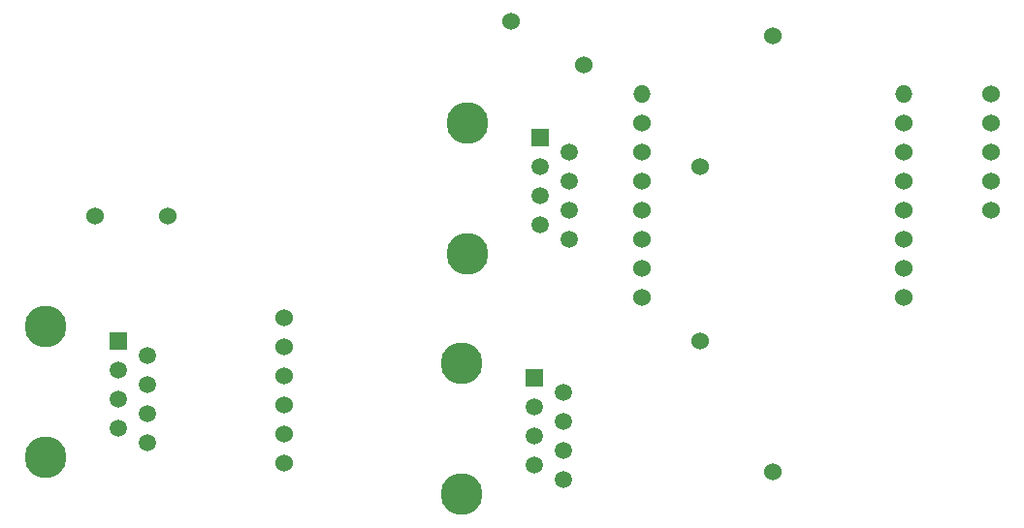
<source format=gbs>
%TF.GenerationSoftware,KiCad,Pcbnew,(6.0.8-1)-1*%
%TF.CreationDate,2023-05-11T15:02:42-07:00*%
%TF.ProjectId,rainus2.0,7261696e-7573-4322-9e30-2e6b69636164,rev?*%
%TF.SameCoordinates,Original*%
%TF.FileFunction,Soldermask,Bot*%
%TF.FilePolarity,Negative*%
%FSLAX46Y46*%
G04 Gerber Fmt 4.6, Leading zero omitted, Abs format (unit mm)*
G04 Created by KiCad (PCBNEW (6.0.8-1)-1) date 2023-05-11 15:02:42*
%MOMM*%
%LPD*%
G01*
G04 APERTURE LIST*
%ADD10C,1.524000*%
%ADD11C,3.650000*%
%ADD12R,1.500000X1.500000*%
%ADD13C,1.500000*%
%ADD14O,1.524000X1.524000*%
G04 APERTURE END LIST*
D10*
%TO.C,*%
X118618750Y-104657500D03*
%TD*%
%TO.C,*%
X118618750Y-97037500D03*
%TD*%
%TO.C,*%
X180340000Y-72390000D03*
%TD*%
%TO.C,*%
X118618750Y-91957500D03*
%TD*%
%TO.C,*%
X138430000Y-66040000D03*
%TD*%
%TO.C,*%
X180340000Y-77470000D03*
%TD*%
%TO.C,*%
X118618750Y-102117500D03*
%TD*%
D11*
%TO.C,REF\u002A\u002A*%
X134620000Y-86360000D03*
X134620000Y-74930000D03*
D12*
X140970000Y-76200000D03*
D13*
X143510000Y-77470000D03*
X140970000Y-78740000D03*
X143510000Y-80010000D03*
X140970000Y-81280000D03*
X143510000Y-82550000D03*
X140970000Y-83820000D03*
X143510000Y-85090000D03*
%TD*%
D10*
%TO.C,*%
X180340000Y-80010000D03*
%TD*%
%TO.C,*%
X102108750Y-83067500D03*
%TD*%
%TO.C,*%
X118618750Y-99577500D03*
%TD*%
%TO.C,REF\u002A\u002A*%
X161290000Y-67310000D03*
X161290000Y-105410000D03*
X172720000Y-74930000D03*
X172720000Y-77470000D03*
X172720000Y-80010000D03*
X172720000Y-82550000D03*
X172720000Y-85090000D03*
X172720000Y-87630000D03*
X172720000Y-90170000D03*
D14*
X149890000Y-72390000D03*
D10*
X149860000Y-74930000D03*
X149860000Y-77470000D03*
X149860000Y-80010000D03*
X149860000Y-82550000D03*
X149860000Y-85090000D03*
X149860000Y-87630000D03*
X149860000Y-90170000D03*
D14*
X172720000Y-72390000D03*
%TD*%
D10*
%TO.C,*%
X180340000Y-82550000D03*
%TD*%
D11*
%TO.C,REF\u002A\u002A*%
X97798750Y-104140000D03*
X97798750Y-92710000D03*
D12*
X104148750Y-93980000D03*
D13*
X106688750Y-95250000D03*
X104148750Y-96520000D03*
X106688750Y-97790000D03*
X104148750Y-99060000D03*
X106688750Y-100330000D03*
X104148750Y-101600000D03*
X106688750Y-102870000D03*
%TD*%
D10*
%TO.C,*%
X108458750Y-83067500D03*
%TD*%
D11*
%TO.C,REF\u002A\u002A*%
X134120000Y-107432500D03*
X134120000Y-96002500D03*
D12*
X140470000Y-97272500D03*
D13*
X143010000Y-98542500D03*
X140470000Y-99812500D03*
X143010000Y-101082500D03*
X140470000Y-102352500D03*
X143010000Y-103622500D03*
X140470000Y-104892500D03*
X143010000Y-106162500D03*
%TD*%
D10*
%TO.C,*%
X154940000Y-78740000D03*
%TD*%
%TO.C,*%
X118618750Y-94497500D03*
%TD*%
%TO.C,*%
X154940000Y-93980000D03*
%TD*%
%TO.C,*%
X144780000Y-69850000D03*
%TD*%
%TO.C,*%
X180340000Y-74930000D03*
%TD*%
M02*

</source>
